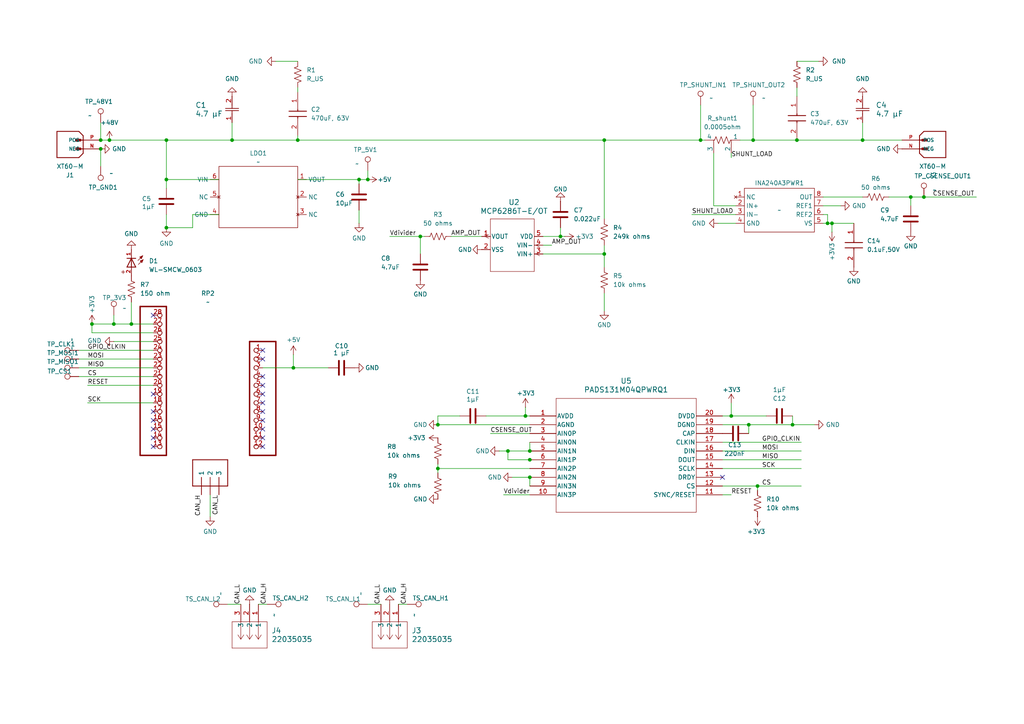
<source format=kicad_sch>
(kicad_sch (version 20231120) (generator "eeschema") (generator_version "8.0")
  (paper "A4")
  (lib_symbols
    (symbol "3-pin Mini Molex Spox_1" (pin_names (offset 0.254))
      (property "Reference" "J" (at 8.89 6.35 0))
      (property "Value" "22035035" (at -3.81 3.81 0))
      (symbol "3-pin Mini Molex Spox_1_1_1"
        (pin unspecified line (at 0 0 0) (length 5.08) (name "1") (number "1"))
        (pin unspecified line (at 0 -2.54 0) (length 5.08) (name "2") (number "2"))
        (pin unspecified line (at 0 -5.08 0) (length 5.08) (name "3") (number "3"))
      )
      (symbol "3-pin Mini Molex Spox_1_1_2"
        (pin unspecified line (at 0 0 0) (length 5.08) (name "1") (number "1"))
        (pin unspecified line (at 0 -2.54 0) (length 5.08) (name "2") (number "2"))
        (pin unspecified line (at 0 -5.08 0) (length 5.08) (name "3") (number "3"))
      )
    )
    (symbol "Connector:TestPoint" (pin_numbers hide) (pin_names (offset 0.762) hide)
      (property "Reference" "TP" (at 0 6.858 0))
      (property "Value" "TestPoint" (at 0 5.08 0))
      (symbol "TestPoint_1_1"
        (pin passive line (at 0 0 90) (length 2.54) (name "1") (number "1"))
      )
    )
    (symbol "Device:C" (pin_numbers hide) (pin_names (offset 0.254))
      (property "Reference" "C" (at 0.635 2.54 0))
      (property "Value" "C" (at 0.635 -2.54 0))
      (symbol "C_1_1"
        (pin passive line (at 0 3.81 270) (length 2.794) (name "~") (number "1"))
        (pin passive line (at 0 -3.81 90) (length 2.794) (name "~") (number "2"))
      )
    )
    (symbol "Device:R_Shunt_US" (pin_numbers hide) (pin_names (offset 0))
      (property "Reference" "R" (at -5.08 0 90))
      (property "Value" "R_Shunt_US" (at -3.048 0 90))
      (symbol "R_Shunt_US_1_1"
        (pin passive line (at 0 5.08 270) (length 2.54) (name "1") (number "1"))
        (pin passive line (at 3.81 2.54 180) (length 2.54) (name "2") (number "2"))
        (pin passive line (at 3.81 -2.54 180) (length 2.54) (name "3") (number "3"))
        (pin passive line (at 0 -5.08 90) (length 2.54) (name "4") (number "4"))
      )
    )
    (symbol "Device:R_US" (pin_numbers hide) (pin_names (offset 0))
      (property "Reference" "R" (at 2.54 0 90))
      (property "Value" "R_US" (at -2.54 0 90))
      (symbol "R_US_1_1"
        (pin passive line (at 0 3.81 270) (length 1.27) (name "~") (number "1"))
        (pin passive line (at 0 -3.81 90) (length 1.27) (name "~") (number "2"))
      )
    )
    (symbol "RP2040_1"
      (property "Reference" "RP2" (at -0.635 38.1 0))
      (property "Value" "~" (at -0.635 35.56 0))
      (symbol "RP2040_1_1_0"
        (pin passive line (at -2.54 -20.32 90) (length 5.08) (name "1") (number "1"))
        (pin passive inverted (at 15.24 21.59 180) (length 2.54) (name "1") (number "1"))
        (pin passive inverted (at 15.24 -1.27 180) (length 2.54) (name "10") (number "10"))
        (pin passive inverted (at 15.24 -3.81 180) (length 2.54) (name "11") (number "11"))
        (pin passive inverted (at 15.24 -6.35 180) (length 2.54) (name "12") (number "12"))
        (pin passive inverted (at -16.51 -6.35 0) (length 2.54) (name "13") (number "13"))
        (pin passive inverted (at -16.51 -3.81 0) (length 2.54) (name "14") (number "14"))
        (pin passive inverted (at -16.51 -1.27 0) (length 2.54) (name "15") (number "15"))
        (pin passive inverted (at -16.51 1.27 0) (length 2.54) (name "16") (number "16"))
        (pin passive inverted (at -16.51 3.81 0) (length 2.54) (name "17") (number "17"))
        (pin passive inverted (at -16.51 6.35 0) (length 2.54) (name "18") (number "18"))
        (pin passive inverted (at -16.51 8.89 0) (length 2.54) (name "19") (number "19"))
        (pin passive line (at 0 -20.32 90) (length 5.08) (name "2") (number "2"))
        (pin passive inverted (at 15.24 19.05 180) (length 2.54) (name "2") (number "2"))
        (pin passive inverted (at -16.51 11.43 0) (length 2.54) (name "20") (number "20"))
        (pin passive inverted (at -16.51 13.97 0) (length 2.54) (name "21") (number "21"))
        (pin passive inverted (at -16.51 16.51 0) (length 2.54) (name "22") (number "22"))
        (pin passive inverted (at -16.51 19.05 0) (length 2.54) (name "23") (number "23"))
        (pin passive inverted (at -16.51 21.59 0) (length 2.54) (name "24") (number "24"))
        (pin passive inverted (at -16.51 24.13 0) (length 2.54) (name "25") (number "25"))
        (pin passive inverted (at -16.51 26.67 0) (length 2.54) (name "26") (number "26"))
        (pin passive inverted (at -16.51 29.21 0) (length 2.54) (name "27") (number "27"))
        (pin passive inverted (at -16.51 31.75 0) (length 2.54) (name "28") (number "28"))
        (pin passive line (at 2.54 -20.32 90) (length 5.08) (name "3") (number "3"))
        (pin passive inverted (at 15.24 16.51 180) (length 2.54) (name "3") (number "3"))
        (pin passive inverted (at 15.24 13.97 180) (length 2.54) (name "4") (number "4"))
        (pin passive inverted (at 15.24 11.43 180) (length 2.54) (name "5") (number "5"))
        (pin passive inverted (at 15.24 8.89 180) (length 2.54) (name "6") (number "6"))
        (pin passive inverted (at 15.24 6.35 180) (length 2.54) (name "7") (number "7"))
        (pin passive inverted (at 15.24 3.81 180) (length 2.54) (name "8") (number "8"))
        (pin passive inverted (at 15.24 1.27 180) (length 2.54) (name "9") (number "9"))
      )
    )
    (symbol "SMV_Custom:3-pin Mini Molex Spox" (pin_names (offset 0.254))
      (property "Reference" "J" (at 8.89 6.35 0))
      (property "Value" "22035035" (at -3.81 3.81 0))
      (symbol "3-pin Mini Molex Spox_1_1"
        (pin unspecified line (at 0 0 0) (length 5.08) (name "1") (number "1"))
        (pin unspecified line (at 0 -2.54 0) (length 5.08) (name "2") (number "2"))
        (pin unspecified line (at 0 -5.08 0) (length 5.08) (name "3") (number "3"))
      )
      (symbol "3-pin Mini Molex Spox_1_2"
        (pin unspecified line (at 0 0 0) (length 5.08) (name "1") (number "1"))
        (pin unspecified line (at 0 -2.54 0) (length 5.08) (name "2") (number "2"))
        (pin unspecified line (at 0 -5.08 0) (length 5.08) (name "3") (number "3"))
      )
    )
    (symbol "SMV_Custom:AP7387-50FDCR-7"
      (property "Reference" "LDO" (at 0 0 0))
      (symbol "AP7387-50FDCR-7_1_1"
        (pin power_out line (at -11.43 5.08 180) (length 2.54) (name "VOUT") (number "1"))
        (pin no_connect line (at -11.43 0 180) (length 2.54) (name "NC") (number "2"))
        (pin no_connect line (at -11.43 -5.08 180) (length 2.54) (name "NC") (number "3"))
        (pin power_out line (at 11.43 -5.08 0) (length 2.54) (name "GND") (number "4"))
        (pin no_connect line (at 11.43 0 0) (length 2.54) (name "NC") (number "5"))
        (pin power_in line (at 11.43 5.08 0) (length 2.54) (name "VIN") (number "6"))
      )
    )
    (symbol "SMV_Custom:Big_Chunky_Cap2" (pin_names hide)
      (property "Reference" "C" (at 5.842 4.318 0))
      (property "Value" "470uF, 63V" (at 8.89 3.81 0))
      (symbol "Big_Chunky_Cap2_1_1"
        (pin passive line (at 0 0 0) (length 5.08) (name "1") (number "1"))
        (pin passive line (at 12.7 0 180) (length 5.08) (name "2") (number "2"))
      )
    )
    (symbol "SMV_Custom:C0805C104K5RACTU" (pin_names hide)
      (property "Reference" "C" (at 5.588 4.572 0))
      (property "Value" "0.1uF,50V" (at 8.89 3.81 0))
      (symbol "C0805C104K5RACTU_1_1"
        (pin passive line (at 0 0 0) (length 5.08) (name "1") (number "1"))
        (pin passive line (at 12.7 0 180) (length 5.08) (name "2") (number "2"))
      )
    )
    (symbol "SMV_Custom:C2220C475M1R2C7186" (pin_names (offset 0.254))
      (property "Reference" "C" (at 3.81 3.81 0))
      (property "Value" "C2220C475M1R2C7186" (at 3.81 -3.81 0))
      (symbol "C2220C475M1R2C7186_1_1"
        (pin unspecified line (at 0 0 0) (length 2.54) (name "") (number "1"))
        (pin unspecified line (at 7.62 0 180) (length 2.54) (name "") (number "2"))
      )
      (symbol "C2220C475M1R2C7186_1_2"
        (pin unspecified line (at 0 0 270) (length 2.54) (name "") (number "1"))
        (pin unspecified line (at 0 -7.62 90) (length 2.54) (name "") (number "2"))
      )
    )
    (symbol "SMV_Custom:INA240A3PWR"
      (property "Reference" "INA240A3PWR" (at 0 8.636 0))
      (symbol "INA240A3PWR_1_1"
        (pin no_connect line (at -12.7 3.81 0) (length 2.54) (name "NC") (number "1"))
        (pin power_in line (at -12.7 1.27 0) (length 2.54) (name "IN+") (number "2"))
        (pin input line (at -12.7 -1.27 0) (length 2.54) (name "IN-") (number "3"))
        (pin power_in line (at -12.7 -3.81 0) (length 2.54) (name "GND") (number "4"))
        (pin power_in line (at 12.7 -3.81 180) (length 2.54) (name "VS") (number "5"))
        (pin power_in line (at 12.7 -1.27 180) (length 2.54) (name "REF2") (number "6"))
        (pin power_in line (at 12.7 1.27 180) (length 2.54) (name "REF1") (number "7"))
        (pin output line (at 12.7 3.81 180) (length 2.54) (name "OUT") (number "8"))
      )
    )
    (symbol "SMV_Custom:MCP6286T-E_OT" (pin_names (offset 0.254))
      (property "Reference" "U2" (at 0.508 12.446 0))
      (property "Value" "MCP6286T-E/OT" (at 0.508 9.906 0))
      (symbol "MCP6286T-E_OT_1_1"
        (pin output line (at -8.89 2.54 0) (length 2.54) (name "VOUT") (number "1"))
        (pin power_in line (at -8.89 -1.27 0) (length 2.54) (name "VSS") (number "2"))
        (pin input line (at 8.89 -2.54 180) (length 2.54) (name "VIN+") (number "3"))
        (pin input line (at 8.89 0 180) (length 2.54) (name "VIN-") (number "4"))
        (pin power_in line (at 8.89 2.54 180) (length 2.54) (name "VDD") (number "5"))
      )
    )
    (symbol "SMV_Custom:PADS131M04QPWRQ1" (pin_names (offset 0.254))
      (property "Reference" "U" (at 27.94 10.16 0))
      (property "Value" "PADS131M04QPWRQ1" (at 27.94 7.62 0))
      (symbol "PADS131M04QPWRQ1_0_1"
        (pin unspecified line (at 0 0 0) (length 7.62) (name "AVDD") (number "1"))
        (pin input line (at 0 -22.86 0) (length 7.62) (name "AIN3P") (number "10"))
        (pin input line (at 55.88 -22.86 180) (length 7.62) (name "SYNC/RESET") (number "11"))
        (pin input line (at 55.88 -20.32 180) (length 7.62) (name "CS") (number "12"))
        (pin output line (at 55.88 -17.78 180) (length 7.62) (name "DRDY") (number "13"))
        (pin input line (at 55.88 -15.24 180) (length 7.62) (name "SCLK") (number "14"))
        (pin output line (at 55.88 -12.7 180) (length 7.62) (name "DOUT") (number "15"))
        (pin input line (at 55.88 -10.16 180) (length 7.62) (name "DIN") (number "16"))
        (pin input line (at 55.88 -7.62 180) (length 7.62) (name "CLKIN") (number "17"))
        (pin output line (at 55.88 -5.08 180) (length 7.62) (name "CAP") (number "18"))
        (pin power_out line (at 55.88 -2.54 180) (length 7.62) (name "DGND") (number "19"))
        (pin power_out line (at 0 -2.54 0) (length 7.62) (name "AGND") (number "2"))
        (pin bidirectional line (at 55.88 0 180) (length 7.62) (name "DVDD") (number "20"))
        (pin input line (at 0 -5.08 0) (length 7.62) (name "AIN0P") (number "3"))
        (pin input line (at 0 -7.62 0) (length 7.62) (name "AIN0N") (number "4"))
        (pin input line (at 0 -10.16 0) (length 7.62) (name "AIN1N") (number "5"))
        (pin input line (at 0 -12.7 0) (length 7.62) (name "AIN1P") (number "6"))
        (pin input line (at 0 -15.24 0) (length 7.62) (name "AIN2P") (number "7"))
        (pin input line (at 0 -17.78 0) (length 7.62) (name "AIN2N") (number "8"))
        (pin input line (at 0 -20.32 0) (length 7.62) (name "AIN3N") (number "9"))
      )
    )
    (symbol "SMV_Custom:WL-SMCW_0603" (pin_names (offset 1.016))
      (property "Reference" "D" (at -1.988 3.972 0))
      (property "Value" "WL-SMCW_0603" (at -2.628 -3.928 0))
      (symbol "WL-SMCW_0603_0_0"
        (text "+" (at 3.08 -1.74 0) (effects (font (size 1.27 1.27)) (justify left bottom)))
        (pin passive line (at -2.54 0 0) (length 2.54) (name "~") (number "1"))
        (pin passive line (at 5.08 0 180) (length 2.54) (name "~") (number "2"))
      )
    )
    (symbol "XT60-M_1" (pin_names (offset 1.016))
      (property "Reference" "J" (at 0 6.35 0))
      (property "Value" "XT60-M" (at 0 -5.08 0))
      (symbol "XT60-M_1_0_0"
        (pin passive line (at -5.08 0 0) (length 5.08) (name "NEG") (number "N"))
        (pin passive line (at -5.08 2.54 0) (length 5.08) (name "POS") (number "P"))
      )
    )
    (symbol "power:+3V3" (power) (pin_numbers hide) (pin_names (offset 0) hide)
      (property "Value" "+3V3" (at 0 3.556 0))
      (symbol "+3V3_1_1"
        (pin power_in line (at 0 0 90) (length 0) (name "~") (number "1"))
      )
    )
    (symbol "power:+48V" (power) (pin_numbers hide) (pin_names (offset 0) hide)
      (property "Value" "+48V" (at 0 3.556 0))
      (symbol "+48V_1_1"
        (pin power_in line (at 0 0 90) (length 0) (name "~") (number "1"))
      )
    )
    (symbol "power:+5V" (power) (pin_numbers hide) (pin_names (offset 0) hide)
      (property "Value" "+5V" (at 0 3.556 0))
      (symbol "+5V_1_1"
        (pin power_in line (at 0 0 90) (length 0) (name "~") (number "1"))
      )
    )
    (symbol "power:GND" (power) (pin_numbers hide) (pin_names (offset 0) hide)
      (property "Value" "GND" (at 0 -3.81 0))
      (symbol "GND_1_1"
        (pin power_in line (at 0 0 270) (length 0) (name "~") (number "1"))
      )
    )
  )
  (junction (at 31.75 40.64))
  (junction (at 217.17 123.19))
  (junction (at 264.16 57.15))
  (junction (at 127 135.89))
  (junction (at 67.31 40.64))
  (junction (at 48.26 40.64))
  (junction (at 29.21 43.18))
  (junction (at 267.97 57.15))
  (junction (at 240.03 64.77))
  (junction (at 152.4 120.65))
  (junction (at 38.1 93.98))
  (junction (at 231.14 40.64))
  (junction (at 229.87 123.19))
  (junction (at 127 123.19))
  (junction (at 106.68 52.07))
  (junction (at 153.67 130.81))
  (junction (at 33.02 93.98))
  (junction (at 48.26 66.04))
  (junction (at 175.26 73.66))
  (junction (at 162.56 68.58))
  (junction (at 175.26 40.64))
  (junction (at 121.92 68.58))
  (junction (at 147.32 130.81))
  (junction (at 86.36 40.64))
  (junction (at 153.67 138.43))
  (junction (at 48.26 52.07))
  (junction (at 203.2 40.64))
  (junction (at 153.67 133.35))
  (junction (at 85.09 106.68))
  (junction (at 29.21 40.64))
  (junction (at 212.09 120.65))
  (junction (at 26.67 93.98))
  (junction (at 104.14 52.07))
  (junction (at 250.19 40.64))
  (junction (at 218.44 40.64))
  (junction (at 219.71 140.97))
  (junction (at 241.3 64.77))
  (no_connect (at 44.45 91.44))
  (no_connect (at 76.2 109.22))
  (no_connect (at 44.45 129.54))
  (no_connect (at 44.45 127))
  (no_connect (at 76.2 124.46))
  (no_connect (at 76.2 104.14))
  (no_connect (at 76.2 114.3))
  (no_connect (at 44.45 121.92))
  (no_connect (at 76.2 116.84))
  (no_connect (at 76.2 121.92))
  (no_connect (at 76.2 101.6))
  (no_connect (at 44.45 124.46))
  (no_connect (at 76.2 111.76))
  (no_connect (at 76.2 127))
  (no_connect (at 76.2 119.38))
  (no_connect (at 76.2 129.54))
  (no_connect (at 209.55 138.43))
  (no_connect (at 44.45 114.3))
  (no_connect (at 44.45 119.38))
  (wire (pts (xy 48.26 40.64) (xy 48.26 52.07)))
  (wire (pts (xy 31.75 40.64) (xy 48.26 40.64)))
  (wire (pts (xy 152.4 118.11) (xy 152.4 120.65)))
  (wire (pts (xy 162.56 66.04) (xy 162.56 68.58)))
  (wire (pts (xy 236.22 123.19) (xy 229.87 123.19)))
  (wire (pts (xy 113.03 68.58) (xy 121.92 68.58)))
  (wire (pts (xy 130.81 68.58) (xy 139.7 68.58)))
  (wire (pts (xy 86.36 17.78) (xy 80.01 17.78)))
  (wire (pts (xy 26.67 93.98) (xy 33.02 93.98)))
  (wire (pts (xy 229.87 120.65) (xy 229.87 123.19)))
  (wire (pts (xy 48.26 62.23) (xy 48.26 66.04)))
  (wire (pts (xy 38.1 87.63) (xy 38.1 93.98)))
  (wire (pts (xy 218.44 30.48) (xy 218.44 40.64)))
  (wire (pts (xy 175.26 40.64) (xy 175.26 63.5)))
  (wire (pts (xy 66.04 175.26) (xy 69.85 175.26)))
  (wire (pts (xy 264.16 57.15) (xy 267.97 57.15)))
  (wire (pts (xy 26.67 96.52) (xy 44.45 96.52)))
  (wire (pts (xy 214.63 40.64) (xy 218.44 40.64)))
  (wire (pts (xy 147.32 130.81) (xy 144.78 130.81)))
  (wire (pts (xy 63.5 52.07) (xy 48.26 52.07)))
  (wire (pts (xy 203.2 30.48) (xy 203.2 40.64)))
  (wire (pts (xy 147.32 130.81) (xy 147.32 133.35)))
  (wire (pts (xy 222.25 120.65) (xy 212.09 120.65)))
  (wire (pts (xy 127 134.62) (xy 127 135.89)))
  (wire (pts (xy 238.76 64.77) (xy 240.03 64.77)))
  (wire (pts (xy 76.2 106.68) (xy 85.09 106.68)))
  (wire (pts (xy 25.4 116.84) (xy 44.45 116.84)))
  (wire (pts (xy 238.76 62.23) (xy 240.03 62.23)))
  (wire (pts (xy 86.36 52.07) (xy 104.14 52.07)))
  (wire (pts (xy 127 137.16) (xy 127 135.89)))
  (wire (pts (xy 207.01 44.45) (xy 207.01 59.69)))
  (wire (pts (xy 209.55 140.97) (xy 219.71 140.97)))
  (wire (pts (xy 175.26 71.12) (xy 175.26 73.66)))
  (wire (pts (xy 212.09 116.84) (xy 212.09 120.65)))
  (wire (pts (xy 208.28 64.77) (xy 213.36 64.77)))
  (wire (pts (xy 127 123.19) (xy 153.67 123.19)))
  (wire (pts (xy 55.88 62.23) (xy 55.88 66.04)))
  (wire (pts (xy 67.31 40.64) (xy 86.36 40.64)))
  (wire (pts (xy 133.35 120.65) (xy 127 120.65)))
  (wire (pts (xy 148.59 138.43) (xy 153.67 138.43)))
  (wire (pts (xy 231.14 40.64) (xy 250.19 40.64)))
  (wire (pts (xy 140.97 120.65) (xy 152.4 120.65)))
  (wire (pts (xy 241.3 64.77) (xy 247.65 64.77)))
  (wire (pts (xy 264.16 57.15) (xy 264.16 59.69)))
  (wire (pts (xy 121.92 68.58) (xy 123.19 68.58)))
  (wire (pts (xy 153.67 128.27) (xy 153.67 130.81)))
  (wire (pts (xy 22.86 101.6) (xy 44.45 101.6)))
  (wire (pts (xy 48.26 52.07) (xy 48.26 54.61)))
  (wire (pts (xy 33.02 99.06) (xy 44.45 99.06)))
  (wire (pts (xy 238.76 57.15) (xy 250.19 57.15)))
  (wire (pts (xy 212.09 120.65) (xy 209.55 120.65)))
  (wire (pts (xy 209.55 123.19) (xy 217.17 123.19)))
  (wire (pts (xy 104.14 53.34) (xy 104.14 52.07)))
  (wire (pts (xy 104.14 64.77) (xy 104.14 60.96)))
  (wire (pts (xy 106.68 52.07) (xy 104.14 52.07)))
  (wire (pts (xy 200.66 62.23) (xy 213.36 62.23)))
  (wire (pts (xy 209.55 130.81) (xy 232.41 130.81)))
  (wire (pts (xy 219.71 140.97) (xy 232.41 140.97)))
  (wire (pts (xy 22.86 106.68) (xy 44.45 106.68)))
  (wire (pts (xy 160.02 71.12) (xy 157.48 71.12)))
  (wire (pts (xy 86.36 40.64) (xy 175.26 40.64)))
  (wire (pts (xy 267.97 57.15) (xy 283.21 57.15)))
  (wire (pts (xy 157.48 73.66) (xy 175.26 73.66)))
  (wire (pts (xy 217.17 123.19) (xy 217.17 125.73)))
  (wire (pts (xy 127 120.65) (xy 127 123.19)))
  (wire (pts (xy 257.81 57.15) (xy 264.16 57.15)))
  (wire (pts (xy 44.45 93.98) (xy 38.1 93.98)))
  (wire (pts (xy 231.14 25.4) (xy 231.14 27.94)))
  (wire (pts (xy 163.83 68.58) (xy 162.56 68.58)))
  (wire (pts (xy 86.36 25.4) (xy 86.36 26.67)))
  (wire (pts (xy 33.02 91.44) (xy 33.02 93.98)))
  (wire (pts (xy 106.68 49.53) (xy 106.68 52.07)))
  (wire (pts (xy 121.92 68.58) (xy 121.92 73.66)))
  (wire (pts (xy 26.67 93.98) (xy 26.67 96.52)))
  (wire (pts (xy 142.24 125.73) (xy 153.67 125.73)))
  (wire (pts (xy 175.26 40.64) (xy 203.2 40.64)))
  (wire (pts (xy 153.67 138.43) (xy 153.67 140.97)))
  (wire (pts (xy 106.68 175.26) (xy 110.49 175.26)))
  (wire (pts (xy 85.09 106.68) (xy 95.25 106.68)))
  (wire (pts (xy 127 135.89) (xy 153.67 135.89)))
  (wire (pts (xy 22.86 109.22) (xy 44.45 109.22)))
  (wire (pts (xy 175.26 85.09) (xy 175.26 90.17)))
  (wire (pts (xy 238.76 59.69) (xy 243.84 59.69)))
  (wire (pts (xy 86.36 39.37) (xy 86.36 40.64)))
  (wire (pts (xy 250.19 40.64) (xy 261.62 40.64)))
  (wire (pts (xy 22.86 104.14) (xy 44.45 104.14)))
  (wire (pts (xy 212.09 45.72) (xy 212.09 44.45)))
  (wire (pts (xy 60.96 149.86) (xy 60.96 143.51)))
  (wire (pts (xy 152.4 120.65) (xy 153.67 120.65)))
  (wire (pts (xy 77.47 175.26) (xy 74.93 175.26)))
  (wire (pts (xy 55.88 62.23) (xy 63.5 62.23)))
  (wire (pts (xy 219.71 142.24) (xy 219.71 140.97)))
  (wire (pts (xy 48.26 66.04) (xy 55.88 66.04)))
  (wire (pts (xy 240.03 64.77) (xy 241.3 64.77)))
  (wire (pts (xy 153.67 130.81) (xy 147.32 130.81)))
  (wire (pts (xy 67.31 35.56) (xy 67.31 40.64)))
  (wire (pts (xy 231.14 17.78) (xy 237.49 17.78)))
  (wire (pts (xy 147.32 133.35) (xy 153.67 133.35)))
  (wire (pts (xy 29.21 48.26) (xy 29.21 43.18)))
  (wire (pts (xy 85.09 102.87) (xy 85.09 106.68)))
  (wire (pts (xy 118.11 175.26) (xy 115.57 175.26)))
  (wire (pts (xy 229.87 123.19) (xy 217.17 123.19)))
  (wire (pts (xy 250.19 35.56) (xy 250.19 40.64)))
  (wire (pts (xy 29.21 35.56) (xy 29.21 40.64)))
  (wire (pts (xy 241.3 67.31) (xy 241.3 64.77)))
  (wire (pts (xy 209.55 135.89) (xy 232.41 135.89)))
  (wire (pts (xy 207.01 59.69) (xy 213.36 59.69)))
  (wire (pts (xy 175.26 73.66) (xy 175.26 77.47)))
  (wire (pts (xy 204.47 40.64) (xy 203.2 40.64)))
  (wire (pts (xy 209.55 128.27) (xy 232.41 128.27)))
  (wire (pts (xy 146.05 143.51) (xy 153.67 143.51)))
  (wire (pts (xy 29.21 40.64) (xy 31.75 40.64)))
  (wire (pts (xy 212.09 143.51) (xy 209.55 143.51)))
  (wire (pts (xy 209.55 133.35) (xy 232.41 133.35)))
  (wire (pts (xy 162.56 68.58) (xy 157.48 68.58)))
  (wire (pts (xy 158.75 133.35) (xy 153.67 133.35)))
  (wire (pts (xy 25.4 111.76) (xy 44.45 111.76)))
  (wire (pts (xy 38.1 93.98) (xy 33.02 93.98)))
  (wire (pts (xy 48.26 40.64) (xy 67.31 40.64)))
  (wire (pts (xy 240.03 62.23) (xy 240.03 64.77)))
  (wire (pts (xy 218.44 40.64) (xy 231.14 40.64)))
  (label "MOSI" (at 25.4 104.14 0))
  (label "CS" (at 220.98 140.97 0))
  (label "CSENSE_OUT" (at 270.51 57.15 0))
  (label "SHUNT_LOAD" (at 212.09 45.72 0))
  (label "CAN_H" (at 58.42 143.51 270))
  (label "MOSI" (at 220.98 130.81 0))
  (label "AMP_OUT" (at 130.81 68.58 0))
  (label "RESET" (at 212.09 143.51 0))
  (label "CAN_H" (at 118.11 175.26 90))
  (label "SCK" (at 25.4 116.84 0))
  (label "CS" (at 25.4 109.22 0))
  (label "CAN_L" (at 69.85 175.26 90))
  (label "GPIO_CLKIN" (at 220.98 128.27 0))
  (label "Vdivider" (at 146.05 143.51 0))
  (label "CAN_L" (at 110.49 175.26 90))
  (label "Vdivider" (at 113.03 68.58 0))
  (label "CAN_H" (at 77.47 175.26 90))
  (label "SHUNT_LOAD" (at 200.66 62.23 0))
  (label "MISO" (at 25.4 106.68 0))
  (label "MISO" (at 220.98 133.35 0))
  (label "SCK" (at 220.98 135.89 0))
  (label "AMP_OUT" (at 160.02 71.12 0))
  (label "CSENSE_OUT" (at 142.24 125.73 0))
  (label "CAN_L" (at 63.5 143.51 270))
  (label "RESET" (at 25.4 111.76 0))
  (label "GPIO_CLKIN" (at 25.4 101.6 0))
  (symbol (lib_id "Device:C") (at 162.56 62.23 0) (unit 1)
    (property "Reference" "C7" (at 166.37 60.9599 0) (effects (justify left)))
    (property "Value" "0.022uF" (at 166.37 63.4999 0) (effects (justify left)))
    (property "Footprint" "SMV_Passives:CAPC17595_87N_KEM-L" (effects (hide yes)))
    (property "Description" "C0603S223K5RACTU1" (effects (hide yes)))
  )
  (symbol (lib_id "power:GND") (at 60.96 149.86 0) (unit 1)
    (property "Reference" "#PWR011" (effects (hide yes)))
    (property "Value" "GND" (at 60.96 154.178 0))
    (property "Description" "Power symbol creates a global label with name \"GND\" , ground" (effects (hide yes)))
  )
  (symbol (lib_id "Connector:TestPoint") (at 77.47 175.26 270) (unit 1)
    (property "Reference" "TS_CAN_H2" (at 78.994 173.482 90) (effects (justify left)))
    (property "Value" "~" (at 79.502 177.8 0) (effects (justify left)))
    (property "Footprint" "TestPoint:TestPoint_Pad_D2.5mm" (effects (hide yes)))
    (property "Description" "test point" (effects (hide yes)))
  )
  (symbol (lib_id "Device:R_US") (at 127 130.81 0) (unit 1)
    (property "Reference" "R8" (at 112.268 129.54 0) (effects (justify left)))
    (property "Value" "10k ohms" (at 112.268 132.08 0) (effects (justify left)))
    (property "Footprint" "SMV_Passives:RESC1608X50N" (effects (hide yes)))
    (property "Description" "CRCW060310K0FKEA1" (effects (hide yes)))
  )
  (symbol (lib_id "Device:C") (at 121.92 77.47 0) (unit 1)
    (property "Reference" "C8" (at 110.49 74.93 0) (effects (justify left)))
    (property "Value" "4.7uF" (at 110.49 77.47 0) (effects (justify left)))
    (property "Footprint" "SMV_Passives:Cap0805" (effects (hide yes)))
    (property "Description" "C0805C475K4RACTU2" (effects (hide yes)))
  )
  (symbol (lib_id "power:GND") (at 127 123.19 270) (unit 1)
    (property "Reference" "#PWR016" (effects (hide yes)))
    (property "Value" "GND" (at 121.92 123.19 90))
    (property "Description" "Power symbol creates a global label with name \"GND\" , ground" (effects (hide yes)))
  )
  (symbol (lib_id "power:GND") (at 48.26 66.04 0) (mirror y) (unit 1)
    (property "Reference" "#PWR021" (effects (hide yes)))
    (property "Value" "GND" (at 46.228 70.612 0) (effects (justify right)))
    (property "Description" "Power symbol creates a global label with name \"GND\" , ground" (effects (hide yes)))
  )
  (symbol (lib_id "power:GND") (at 162.56 58.42 180) (unit 1)
    (property "Reference" "#PWR031" (effects (hide yes)))
    (property "Value" "GND" (at 162.56 54.864 0))
    (property "Description" "Power symbol creates a global label with name \"GND\" , ground" (effects (hide yes)))
  )
  (symbol (lib_id "Connector:TestPoint") (at 33.02 91.44 0) (unit 1)
    (property "Reference" "TP_3V3" (at 29.718 86.36 0) (effects (justify left)))
    (property "Value" "~" (at 35.56 89.408 0) (effects (justify left)))
    (property "Footprint" "TestPoint:TestPoint_Pad_D2.5mm" (effects (hide yes)))
    (property "Description" "test point" (effects (hide yes)))
  )
  (symbol (lib_id "power:GND") (at 127 144.78 270) (unit 1)
    (property "Reference" "#PWR026" (effects (hide yes)))
    (property "Value" "GND" (at 121.92 144.78 90))
    (property "Description" "Power symbol creates a global label with name \"GND\" , ground" (effects (hide yes)))
  )
  (symbol (lib_id "Device:C") (at 99.06 106.68 90) (unit 1)
    (property "Reference" "C10" (at 99.06 100.33 90))
    (property "Value" "1 µF" (at 99.06 102.362 90))
    (property "Footprint" "SMV_Passives:CAPC340270_190N_KEM-M" (effects (hide yes)))
    (property "Description" "C1210C105K1RACAUTO2" (effects (hide yes)))
  )
  (symbol (lib_id "power:GND") (at 237.49 17.78 90) (unit 1)
    (property "Reference" "#PWR08" (effects (hide yes)))
    (property "Value" "GND" (at 241.3 17.7799 90) (effects (justify right)))
    (property "Description" "Power symbol creates a global label with name \"GND\" , ground" (effects (hide yes)))
  )
  (symbol (lib_id "power:GND") (at 148.59 138.43 270) (unit 1)
    (property "Reference" "#PWR027" (effects (hide yes)))
    (property "Value" "GND" (at 143.51 138.43 90))
    (property "Description" "Power symbol creates a global label with name \"GND\" , ground" (effects (hide yes)))
  )
  (symbol (lib_id "power:+3V3") (at 219.71 149.86 180) (unit 1)
    (property "Reference" "#PWR029" (effects (hide yes)))
    (property "Value" "+3V3" (at 221.996 154.178 0) (effects (justify left)))
    (property "Description" "Power symbol creates a global label with name \"+3V3\"" (effects (hide yes)))
  )
  (symbol (lib_id "Connector:TestPoint") (at 22.86 109.22 90) (unit 1)
    (property "Reference" "TP_CS1" (at 20.828 107.696 90) (effects (justify left)))
    (property "Value" "~" (at 20.828 106.68 0) (effects (justify left)))
    (property "Footprint" "TestPoint:TestPoint_Pad_D2.5mm" (effects (hide yes)))
    (property "Description" "test point" (effects (hide yes)))
  )
  (symbol (lib_id "power:GND") (at 247.65 77.47 0) (unit 1)
    (property "Reference" "#PWR037" (effects (hide yes)))
    (property "Value" "GND" (at 247.65 81.534 0))
    (property "Description" "Power symbol creates a global label with name \"GND\" , ground" (effects (hide yes)))
  )
  (symbol (lib_id "Connector:TestPoint") (at 267.97 57.15 0) (unit 1)
    (property "Reference" "TP_CSENSE_OUT1" (at 265.176 51.054 0) (effects (justify left)))
    (property "Value" "~" (at 270.51 55.118 0) (effects (justify left)))
    (property "Footprint" "TestPoint:TestPoint_Pad_D2.5mm" (effects (hide yes)))
    (property "Description" "test point" (effects (hide yes)))
  )
  (symbol (lib_id "power:+3V3") (at 152.4 118.11 0) (unit 1)
    (property "Reference" "#PWR022" (effects (hide yes)))
    (property "Value" "+3V3" (at 149.86 114.046 0) (effects (justify left)))
    (property "Description" "Power symbol creates a global label with name \"+3V3\"" (effects (hide yes)))
  )
  (symbol (lib_id "Connector:TestPoint") (at 22.86 106.68 90) (unit 1)
    (property "Reference" "TP_MISO1" (at 22.86 104.902 90) (effects (justify left)))
    (property "Value" "~" (at 20.828 104.14 0) (effects (justify left)))
    (property "Footprint" "TestPoint:TestPoint_Pad_D2.5mm" (effects (hide yes)))
    (property "Description" "test point" (effects (hide yes)))
  )
  (symbol (lib_id "power:GND") (at 264.16 67.31 0) (unit 1)
    (property "Reference" "#PWR032" (effects (hide yes)))
    (property "Value" "GND" (at 264.16 71.374 0))
    (property "Description" "Power symbol creates a global label with name \"GND\" , ground" (effects (hide yes)))
  )
  (symbol (lib_id "power:+3V3") (at 241.3 67.31 180) (unit 1)
    (property "Reference" "#PWR020" (effects (hide yes)))
    (property "Value" "+3V3" (at 241.3 70.358 90) (effects (justify left)))
    (property "Description" "Power symbol creates a global label with name \"+3V3\"" (effects (hide yes)))
  )
  (symbol (lib_id "Device:C") (at 104.14 57.15 0) (mirror y) (unit 1)
    (property "Reference" "C6" (at 97.282 56.388 0) (effects (justify right)))
    (property "Value" "10μF" (at 97.282 58.928 0) (effects (justify right)))
    (property "Footprint" "SMV_Passives:CAPC340270_190N_KEM-M" (effects (hide yes)))
    (property "Description" "C1210C106K3RACAUTO1" (effects (hide yes)))
  )
  (symbol (lib_id "power:+3V3") (at 163.83 68.58 270) (unit 1)
    (property "Reference" "#PWR02" (effects (hide yes)))
    (property "Value" "+3V3" (at 166.878 68.58 90) (effects (justify left)))
    (property "Description" "Power symbol creates a global label with name \"+3V3\"" (effects (hide yes)))
  )
  (symbol (lib_id "Connector:TestPoint") (at 29.21 35.56 0) (mirror y) (unit 1)
    (property "Reference" "TP_48V1" (at 32.766 29.464 0) (effects (justify left)))
    (property "Value" "~" (at 26.67 33.528 0) (effects (justify left)))
    (property "Footprint" "TestPoint:TestPoint_Pad_D2.5mm" (effects (hide yes)))
    (property "Description" "test point" (effects (hide yes)))
  )
  (symbol (lib_id "Device:R_Shunt_US") (at 209.55 40.64 270) (unit 1)
    (property "Reference" "R_shunt1" (at 209.55 34.29 90))
    (property "Value" "0.0005ohm" (at 209.55 36.83 90))
    (property "Footprint" "SMV_Passives:RES_PSR400IT_ROM-L" (effects (hide yes)))
    (property "Description" "PSR400ITQFF0L50" (effects (hide yes)))
  )
  (symbol (lib_name "XT60-M_1") (lib_id "SMV_Custom:XT60-M") (at 266.7 43.18 0) (unit 1)
    (property "Reference" "J2" (at 270.51 50.8 0))
    (property "Value" "XT60-M" (at 270.51 48.26 0))
    (property "Footprint" "SMV_Connectors:AMASS_XT60-M" (effects (hide yes)))
    (property "MF" "AMASS" (effects (hide yes)))
    (property "MAXIMUM_PACKAGE_HEIGHT" "16.00 mm" (effects (hide yes)))
    (property "Package" "Package" (effects (hide yes)))
    (property "Price" "None" (effects (hide yes)))
    (property "Check_prices" "https://www.snapeda.com/parts/XT60-M/AMASS/view-part/?ref=eda" (effects (hide yes)))
    (property "STANDARD" "IPC 7351B" (effects (hide yes)))
    (property "PARTREV" "V1.2" (effects (hide yes)))
    (property "SnapEDA_Link" "https://www.snapeda.com/parts/XT60-M/AMASS/view-part/?ref=snap" (effects (hide yes)))
    (property "MP" "XT60-M" (effects (hide yes)))
    (property "Description_1" "\n                        \n                            Plug; DC supply; XT60; male; PIN: 2; for cable; soldered; 30A; 500V\n                        \n" (effects (hide yes)))
    (property "Availability" "Not in stock" (effects (hide yes)))
    (property "MANUFACTURER" "AMASS" (effects (hide yes)))
  )
  (symbol (lib_id "Device:R_US") (at 38.1 83.82 0) (unit 1)
    (property "Reference" "R7" (at 40.64 82.5499 0) (effects (justify left)))
    (property "Value" "150 ohm" (at 40.64 85.0899 0) (effects (justify left)))
    (property "Footprint" "SMV_Passives:RESC1608X50N" (effects (hide yes)))
    (property "Description" "CRCW0603150RFKEC1" (effects (hide yes)))
  )
  (symbol (lib_id "Connector:TestPoint") (at 106.68 175.26 90) (unit 1)
    (property "Reference" "TS_CAN_L1" (at 104.648 173.736 90) (effects (justify left)))
    (property "Value" "~" (at 104.648 172.72 0) (effects (justify left)))
    (property "Footprint" "TestPoint:TestPoint_Pad_D2.5mm" (effects (hide yes)))
    (property "Description" "test point" (effects (hide yes)))
  )
  (symbol (lib_name "3-pin Mini Molex Spox_1") (lib_id "SMV_Custom:3-pin Mini Molex Spox") (at 115.57 175.26 270) (unit 1)
    (property "Reference" "J3" (at 119.38 182.8799 90) (effects (font (size 1.524 1.524)) (justify left)))
    (property "Value" "22035035" (at 119.38 185.4199 90) (effects (font (size 1.524 1.524)) (justify left)))
    (property "Footprint" "SMV_Connectors:3pin_CON_22035035_MOL" (effects (hide yes)))
    (property "Datasheet" "3-pin Mini Molex Spox" (effects (hide yes)))
  )
  (symbol (lib_id "Device:R_US") (at 127 68.58 90) (unit 1)
    (property "Reference" "R3" (at 127 62.23 90))
    (property "Value" "50 ohms" (at 127 64.77 90))
    (property "Footprint" "SMV_Passives:RESC1608X50N" (effects (hide yes)))
    (property "Description" "CRCW060350R0FKTA2" (effects (hide yes)))
  )
  (symbol (lib_id "Device:R_US") (at 175.26 81.28 0) (unit 1)
    (property "Reference" "R5" (at 177.8 80.0099 0) (effects (justify left)))
    (property "Value" "10k ohms" (at 177.8 82.5499 0) (effects (justify left)))
    (property "Footprint" "SMV_Passives:0805RESC2012X60N" (effects (hide yes)))
    (property "Description" "TNPW080510K0BEEA1" (effects (hide yes)))
  )
  (symbol (lib_id "power:GND") (at 67.31 27.94 0) (mirror x) (unit 1)
    (property "Reference" "#PWR036" (effects (hide yes)))
    (property "Value" "GND" (at 67.31 22.86 0))
    (property "Description" "Power symbol creates a global label with name \"GND\" , ground" (effects (hide yes)))
  )
  (symbol (lib_id "power:+5V") (at 106.68 52.07 270) (mirror x) (unit 1)
    (property "Reference" "#PWR09" (effects (hide yes)))
    (property "Value" "+5V" (at 111.506 52.07 90))
    (property "Description" "Power symbol creates a global label with name \"+5V\"" (effects (hide yes)))
  )
  (symbol (lib_id "Device:R_US") (at 254 57.15 90) (unit 1)
    (property "Reference" "R6" (at 254 51.816 90))
    (property "Value" "50 ohms" (at 254 54.356 90))
    (property "Footprint" "SMV_Passives:RESC1608X50N" (effects (hide yes)))
    (property "Description" "CRCW060350R0FKTA1" (effects (hide yes)))
  )
  (symbol (lib_id "Device:R_US") (at 127 140.97 180) (unit 1)
    (property "Reference" "R9" (at 112.522 138.176 0) (effects (justify right)))
    (property "Value" "10k ohms" (at 112.522 140.716 0) (effects (justify right)))
    (property "Footprint" "SMV_Passives:RESC1608X50N" (effects (hide yes)))
    (property "Description" "CRCW060310K0FKEA2" (effects (hide yes)))
  )
  (symbol (lib_id "Device:C") (at 137.16 120.65 90) (unit 1)
    (property "Reference" "C11" (at 137.16 113.538 90))
    (property "Value" "1μF" (at 137.16 115.824 90))
    (property "Footprint" "SMV_Passives:CAPC340270_190N_KEM-M" (effects (hide yes)))
    (property "Description" "C1210C105K1RACAUTO3" (effects (hide yes)))
  )
  (symbol (lib_id "Connector:TestPoint") (at 22.86 104.14 90) (unit 1)
    (property "Reference" "TP_MOSI1" (at 22.86 102.362 90) (effects (justify left)))
    (property "Value" "~" (at 20.828 101.6 0) (effects (justify left)))
    (property "Footprint" "TestPoint:TestPoint_Pad_D2.5mm" (effects (hide yes)))
    (property "Description" "test point" (effects (hide yes)))
  )
  (symbol (lib_id "Connector:TestPoint") (at 29.21 48.26 0) (mirror x) (unit 1)
    (property "Reference" "TP_GND1" (at 25.654 54.356 0) (effects (justify left)))
    (property "Value" "~" (at 31.75 50.292 0) (effects (justify left)))
    (property "Footprint" "TestPoint:TestPoint_Pad_D2.5mm" (effects (hide yes)))
    (property "Description" "test point" (effects (hide yes)))
  )
  (symbol (lib_id "Device:C") (at 226.06 120.65 90) (unit 1)
    (property "Reference" "C12" (at 226.06 115.57 90))
    (property "Value" "1μF" (at 226.06 113.03 90))
    (property "Footprint" "SMV_Passives:CAPC340270_190N_KEM-M" (effects (hide yes)))
    (property "Description" "C1210C105K1RACAUTO4" (effects (hide yes)))
  )
  (symbol (lib_id "power:GND") (at 38.1 72.39 0) (mirror x) (unit 1)
    (property "Reference" "#PWR028" (effects (hide yes)))
    (property "Value" "GND" (at 40.132 67.818 0) (effects (justify right)))
    (property "Description" "Power symbol creates a global label with name \"GND\" , ground" (effects (hide yes)))
  )
  (symbol (lib_id "power:+3V3") (at 212.09 116.84 0) (unit 1)
    (property "Reference" "#PWR023" (effects (hide yes)))
    (property "Value" "+3V3" (at 209.55 113.03 0) (effects (justify left)))
    (property "Description" "Power symbol creates a global label with name \"+3V3\"" (effects (hide yes)))
  )
  (symbol (lib_name "XT60-M_1") (lib_id "SMV_Custom:XT60-M") (at 24.13 43.18 0) (mirror y) (unit 1)
    (property "Reference" "J1" (at 20.32 50.8 0))
    (property "Value" "XT60-M" (at 20.32 48.26 0))
    (property "Footprint" "SMV_Connectors:AMASS_XT60-M" (effects (hide yes)))
    (property "MF" "AMASS" (effects (hide yes)))
    (property "MAXIMUM_PACKAGE_HEIGHT" "16.00 mm" (effects (hide yes)))
    (property "Package" "Package" (effects (hide yes)))
    (property "Price" "None" (effects (hide yes)))
    (property "Check_prices" "https://www.snapeda.com/parts/XT60-M/AMASS/view-part/?ref=eda" (effects (hide yes)))
    (property "STANDARD" "IPC 7351B" (effects (hide yes)))
    (property "PARTREV" "V1.2" (effects (hide yes)))
    (property "SnapEDA_Link" "https://www.snapeda.com/parts/XT60-M/AMASS/view-part/?ref=snap" (effects (hide yes)))
    (property "MP" "XT60-M" (effects (hide yes)))
    (property "Description_1" "\n                        \n                            Plug; DC supply; XT60; male; PIN: 2; for cable; soldered; 30A; 500V\n                        \n" (effects (hide yes)))
    (property "Availability" "Not in stock" (effects (hide yes)))
    (property "MANUFACTURER" "AMASS" (effects (hide yes)))
  )
  (symbol (lib_id "power:GND") (at 175.26 90.17 0) (unit 1)
    (property "Reference" "#PWR014" (effects (hide yes)))
    (property "Value" "GND" (at 175.26 94.234 0))
    (property "Description" "Power symbol creates a global label with name \"GND\" , ground" (effects (hide yes)))
  )
  (symbol (lib_id "power:+48V") (at 31.75 40.64 0) (unit 1)
    (property "Reference" "#PWR06" (effects (hide yes)))
    (property "Value" "+48V" (at 31.75 35.56 0))
    (property "Description" "Power symbol creates a global label with name \"+48V\"" (effects (hide yes)))
  )
  (symbol (lib_id "Device:R_US") (at 175.26 67.31 0) (unit 1)
    (property "Reference" "R4" (at 177.8 66.0399 0) (effects (justify left)))
    (property "Value" "249k ohms" (at 177.8 68.5799 0) (effects (justify left)))
    (property "Footprint" "SMV_Passives:RES_TNPW1206_VIS-M" (effects (hide yes)))
    (property "Description" "TNPW1206249KBEEA" (effects (hide yes)))
  )
  (symbol (lib_id "power:GND") (at 72.39 175.26 180) (unit 1)
    (property "Reference" "#PWR030" (effects (hide yes)))
    (property "Value" "GND" (at 72.39 171.196 0))
    (property "Description" "Power symbol creates a global label with name \"GND\" , ground" (effects (hide yes)))
  )
  (symbol (lib_id "Connector:TestPoint") (at 218.44 30.48 0) (unit 1)
    (property "Reference" "TP_SHUNT_OUT2" (at 212.344 24.638 0) (effects (justify left)))
    (property "Value" "~" (at 220.98 28.448 0) (effects (justify left)))
    (property "Footprint" "TestPoint:TestPoint_Pad_D2.5mm" (effects (hide yes)))
    (property "Description" "test point" (effects (hide yes)))
  )
  (symbol (lib_id "power:GND") (at 102.87 106.68 90) (unit 1)
    (property "Reference" "#PWR033" (effects (hide yes)))
    (property "Value" "GND" (at 107.95 106.68 90))
    (property "Description" "Power symbol creates a global label with name \"GND\" , ground" (effects (hide yes)))
  )
  (symbol (lib_id "power:GND") (at 236.22 123.19 90) (unit 1)
    (property "Reference" "#PWR017" (effects (hide yes)))
    (property "Value" "GND" (at 241.554 123.19 90))
    (property "Description" "Power symbol creates a global label with name \"GND\" , ground" (effects (hide yes)))
  )
  (symbol (lib_id "SMV_Custom:C0805C104K5RACTU") (at 247.65 64.77 270) (unit 1)
    (property "Reference" "C14" (at 251.46 69.8499 90) (effects (justify left)))
    (property "Value" "0.1uF,50V" (at 251.46 72.3899 90) (effects (justify left)))
    (property "Footprint" "SMV_Passives:Cap0805" (effects (hide yes)))
    (property "Datasheet" "https://content.kemet.com/datasheets/KEM_C1002_X7R_SMD.pdf" (effects (hide yes)))
    (property "Description" "SMD Comm X7R, Ceramic, 0.1 uF, 10%, 50 VDC, 125 VDC, 125C, -55C, X7R, SMD, MLCC, Temperature Stable, Class II, 2.5 % , 5 GOhms, 11 mg, 0805, 2mm, 1.25mm, 0.78mm, 0.75mm, 0.5mm, 4000, 78  Weeks, 80" (effects (hide yes)))
    (property "Height" "1.1" (effects (hide yes)))
    (property "Manufacturer_Name" "KEMET" (effects (hide yes)))
    (property "Manufacturer_Part_Number" "C0805C104K5RACTU" (effects (hide yes)))
    (property "Mouser Part Number" "80-C0805C104K5R" (effects (hide yes)))
    (property "Mouser Price/Stock" "https://www.mouser.co.uk/ProductDetail/KEMET/C0805C104K5RACTU?qs=Pc30aiB8zWUISNb2Qeyxfw%3D%3D" (effects (hide yes)))
    (property "Arrow Part Number" "C0805C104K5RACTU" (effects (hide yes)))
    (property "Arrow Price/Stock" "https://www.arrow.com/en/products/c0805c104k5ractu/kemet-corporation?region=nac" (effects (hide yes)))
  )
  (symbol (lib_id "power:GND") (at 139.7 72.39 270) (unit 1)
    (property "Reference" "#PWR01" (effects (hide yes)))
    (property "Value" "GND" (at 134.874 72.39 90))
    (property "Description" "Power symbol creates a global label with name \"GND\" , ground" (effects (hide yes)))
  )
  (symbol (lib_id "power:GND") (at 121.92 81.28 0) (unit 1)
    (property "Reference" "#PWR04" (effects (hide yes)))
    (property "Value" "GND" (at 121.92 85.344 0))
    (property "Description" "Power symbol creates a global label with name \"GND\" , ground" (effects (hide yes)))
  )
  (symbol (lib_id "SMV_Custom:INA240A3PWR") (at 226.06 60.96 0) (unit 1)
    (property "Reference" "INA240A3PWR1" (at 226.06 53.086 0))
    (property "Value" "~" (at 226.06 60.96 0))
    (property "Footprint" "SMV_ICs:SOP65P640X120-8N" (effects (hide yes)))
  )
  (symbol (lib_id "SMV_Custom:C2220C475M1R2C7186") (at 250.19 35.56 90) (unit 1)
    (property "Reference" "C4" (at 254 30.4799 90) (effects (font (size 1.524 1.524)) (justify right)))
    (property "Value" "4.7 µF" (at 254 33.0199 90) (effects (font (size 1.524 1.524)) (justify right)))
    (property "Footprint" "SMV_Passives:CAP_C2220C_2S_KEM-L" (effects (hide yes)))
    (property "Datasheet" "C2220C475M1R2C7186" (effects (hide yes)))
    (property "Description" "C2220C475M1R2C7186" (effects (hide yes)))
  )
  (symbol (lib_id "Device:R_US") (at 219.71 146.05 180) (unit 1)
    (property "Reference" "R10" (at 222.25 144.7799 0) (effects (justify right)))
    (property "Value" "10k ohms" (at 222.25 147.3199 0) (effects (justify right)))
    (property "Footprint" "SMV_Passives:RESC1608X50N" (effects (hide yes)))
    (property "Description" "CRCW060310K0FKEA3" (effects (hide yes)))
  )
  (symbol (lib_id "power:GND") (at 104.14 64.77 0) (mirror y) (unit 1)
    (property "Reference" "#PWR024" (effects (hide yes)))
    (property "Value" "GND" (at 102.108 69.088 0) (effects (justify right)))
    (property "Description" "Power symbol creates a global label with name \"GND\" , ground" (effects (hide yes)))
  )
  (symbol (lib_id "Device:R_US") (at 86.36 21.59 0) (mirror y) (unit 1)
    (property "Reference" "R1" (at 88.9 20.3199 0) (effects (justify right)))
    (property "Value" "R_US" (at 88.9 22.8599 0) (effects (justify right)))
    (property "Footprint" "Resistor_THT:R_Axial_DIN0204_L3.6mm_D1.6mm_P1.90mm_Vertical" (effects (hide yes)))
    (property "Description" "Resistor, US symbol" (effects (hide yes)))
  )
  (symbol (lib_id "Device:C") (at 48.26 58.42 0) (mirror y) (unit 1)
    (property "Reference" "C5" (at 41.148 57.658 0) (effects (justify right)))
    (property "Value" "1μF" (at 41.148 59.944 0) (effects (justify right)))
    (property "Footprint" "SMV_Passives:CAPC340270_190N_KEM-M" (effects (hide yes)))
    (property "Description" "C1210C105K1RACAUTO1" (effects (hide yes)))
  )
  (symbol (lib_name "RP2040_1") (lib_id "SMV_Custom:RP2040") (at 60.96 123.19 0) (unit 1)
    (property "Reference" "RP2" (at 60.325 85.09 0))
    (property "Value" "~" (at 60.325 87.63 0))
    (property "Footprint" "SMV_Connectors:RP2040" (effects (hide yes)))
  )
  (symbol (lib_id "power:GND") (at 33.02 99.06 270) (unit 1)
    (property "Reference" "#PWR013" (effects (hide yes)))
    (property "Value" "GND" (at 29.464 98.806 90) (effects (justify right)))
    (property "Description" "Power symbol creates a global label with name \"GND\" , ground" (effects (hide yes)))
  )
  (symbol (lib_id "Device:C") (at 213.36 125.73 90) (unit 1)
    (property "Reference" "C13" (at 213.106 129.032 90))
    (property "Value" "220nF" (at 213.106 131.572 90))
    (property "Footprint" "SMV_Passives:CAPC17595_87N_KEM-L" (effects (hide yes)))
    (property "Description" "C0603C224K5RACTU1" (effects (hide yes)))
  )
  (symbol (lib_id "power:GND") (at 144.78 130.81 270) (unit 1)
    (property "Reference" "#PWR038" (effects (hide yes)))
    (property "Value" "GND" (at 139.954 130.81 90))
    (property "Description" "Power symbol creates a global label with name \"GND\" , ground" (effects (hide yes)))
  )
  (symbol (lib_id "Connector:TestPoint") (at 106.68 49.53 0) (mirror y) (unit 1)
    (property "Reference" "TP_5V1" (at 109.474 43.434 0) (effects (justify left)))
    (property "Value" "~" (at 104.14 47.498 0) (effects (justify left)))
    (property "Footprint" "TestPoint:TestPoint_Pad_D2.5mm" (effects (hide yes)))
    (property "Description" "test point" (effects (hide yes)))
  )
  (symbol (lib_id "Device:C") (at 264.16 63.5 0) (unit 1)
    (property "Reference" "C9" (at 255.27 60.96 0) (effects (justify left)))
    (property "Value" "4.7uF" (at 255.27 63.5 0) (effects (justify left)))
    (property "Footprint" "SMV_Passives:Cap0805" (effects (hide yes)))
    (property "Description" "C0805C475K4RACTU1" (effects (hide yes)))
  )
  (symbol (lib_id "power:GND") (at 243.84 59.69 90) (unit 1)
    (property "Reference" "#PWR018" (effects (hide yes)))
    (property "Value" "GND" (at 247.142 59.69 90) (effects (justify right)))
    (property "Description" "Power symbol creates a global label with name \"GND\" , ground" (effects (hide yes)))
  )
  (symbol (lib_id "Connector:TestPoint") (at 118.11 175.26 270) (unit 1)
    (property "Reference" "TS_CAN_H1" (at 119.634 173.482 90) (effects (justify left)))
    (property "Value" "~" (at 120.142 177.8 0) (effects (justify left)))
    (property "Footprint" "TestPoint:TestPoint_Pad_D2.5mm" (effects (hide yes)))
    (property "Description" "test point" (effects (hide yes)))
  )
  (symbol (lib_id "power:GND") (at 80.01 17.78 270) (mirror x) (unit 1)
    (property "Reference" "#PWR035" (effects (hide yes)))
    (property "Value" "GND" (at 76.2 17.7799 90) (effects (justify right)))
    (property "Description" "Power symbol creates a global label with name \"GND\" , ground" (effects (hide yes)))
  )
  (symbol (lib_id "SMV_Custom:AP7387-50FDCR-7") (at 74.93 57.15 0) (mirror y) (unit 1)
    (property "Reference" "LDO1" (at 74.93 44.45 0))
    (property "Value" "~" (at 74.93 46.99 0))
    (property "Footprint" "SMV_ICs:U-DFN2020-6_TYPE-C_DIO-M" (effects (hide yes)))
  )
  (symbol (lib_id "SMV_Custom:Big_Chunky_Cap2") (at 86.36 26.67 90) (mirror x) (unit 1)
    (property "Reference" "C2" (at 90.17 31.7499 90) (effects (justify right)))
    (property "Value" "470uF, 63V" (at 90.17 34.2899 90) (effects (justify right)))
    (property "Footprint" "SMV_Passives:Big_Chunky_Cap" (effects (hide yes)))
    (property "Datasheet" "https://content.kemet.com/datasheets/KEM_C1003_C0G_SMD.pdf" (effects (hide yes)))
    (property "Description" "SMD Comm C0G, Ceramic, 1000 pF, 10%, 50 VDC, 125 VDC, 125C, -55C, C0G, SMD, MLCC, Ultra-Stable, Low Loss, Class I, 0.1 % , 100 GOhms, 11 mg, 0805, 2mm, 1.25mm, 0.78mm, 0.75mm, 0.5mm, 4000, 78  Weeks, 120" (effects (hide yes)))
    (property "Height" "1.1" (effects (hide yes)))
    (property "Manufacturer_Name" "KEMET" (effects (hide yes)))
    (property "Manufacturer_Part_Number" "C0805C102K5GACTU" (effects (hide yes)))
    (property "Mouser Part Number" "80-C0805C102K5G" (effects (hide yes)))
    (property "Mouser Price/Stock" "https://www.mouser.co.uk/ProductDetail/KEMET/C0805C102K5GACTU?qs=ycq5i98tC2kqWbFrXv0n7w%3D%3D" (effects (hide yes)))
    (property "Arrow Part Number" "C0805C102K5GACTU" (effects (hide yes)))
    (property "Arrow Price/Stock" "https://www.arrow.com/en/products/c0805c102k5gactu/kemet-corporation" (effects (hide yes)))
  )
  (symbol (lib_id "Connector:TestPoint") (at 203.2 30.48 0) (unit 1)
    (property "Reference" "TP_SHUNT_IN1" (at 197.104 24.638 0) (effects (justify left)))
    (property "Value" "~" (at 205.74 28.448 0) (effects (justify left)))
    (property "Footprint" "TestPoint:TestPoint_Pad_D2.5mm" (effects (hide yes)))
    (property "Description" "test point" (effects (hide yes)))
  )
  (symbol (lib_id "power:GND") (at 29.21 43.18 90) (mirror x) (unit 1)
    (property "Reference" "#PWR05" (effects (hide yes)))
    (property "Value" "GND" (at 32.512 43.18 90) (effects (justify right)))
    (property "Description" "Power symbol creates a global label with name \"GND\" , ground" (effects (hide yes)))
  )
  (symbol (lib_id "power:+3V3") (at 26.67 93.98 0) (unit 1)
    (property "Reference" "#PWR025" (effects (hide yes)))
    (property "Value" "+3V3" (at 26.67 90.932 90) (effects (justify left)))
    (property "Description" "Power symbol creates a global label with name \"+3V3\"" (effects (hide yes)))
  )
  (symbol (lib_id "SMV_Custom:Big_Chunky_Cap2") (at 231.14 27.94 270) (unit 1)
    (property "Reference" "C3" (at 234.95 33.0199 90) (effects (justify left)))
    (property "Value" "470uF, 63V" (at 234.95 35.5599 90) (effects (justify left)))
    (property "Footprint" "SMV_Passives:Big_Chunky_Cap" (effects (hide yes)))
    (property "Datasheet" "https://content.kemet.com/datasheets/KEM_C1003_C0G_SMD.pdf" (effects (hide yes)))
    (property "Description" "SMD Comm C0G, Ceramic, 1000 pF, 10%, 50 VDC, 125 VDC, 125C, -55C, C0G, SMD, MLCC, Ultra-Stable, Low Loss, Class I, 0.1 % , 100 GOhms, 11 mg, 0805, 2mm, 1.25mm, 0.78mm, 0.75mm, 0.5mm, 4000, 78  Weeks, 120" (effects (hide yes)))
    (property "Height" "1.1" (effects (hide yes)))
    (property "Manufacturer_Name" "KEMET" (effects (hide yes)))
    (property "Manufacturer_Part_Number" "C0805C102K5GACTU" (effects (hide yes)))
    (property "Mouser Part Number" "80-C0805C102K5G" (effects (hide yes)))
    (property "Mouser Price/Stock" "https://www.mouser.co.uk/ProductDetail/KEMET/C0805C102K5GACTU?qs=ycq5i98tC2kqWbFrXv0n7w%3D%3D" (effects (hide yes)))
    (property "Arrow Part Number" "C0805C102K5GACTU" (effects (hide yes)))
    (property "Arrow Price/Stock" "https://www.arrow.com/en/products/c0805c102k5gactu/kemet-corporation" (effects (hide yes)))
  )
  (symbol (lib_id "SMV_Custom:PADS131M04QPWRQ1") (at 153.67 120.65 0) (unit 1)
    (property "Reference" "U5" (at 181.61 110.49 0) (effects (font (size 1.524 1.524))))
    (property "Value" "PADS131M04QPWRQ1" (at 181.61 113.03 0) (effects (font (size 1.524 1.524))))
    (property "Footprint" "TSSOP20_PW_TEX" (effects (hide yes)))
    (property "Datasheet" "PADS131M04QPWRQ1" (effects (hide yes)))
  )
  (symbol (lib_id "power:GND") (at 261.62 43.18 270) (mirror x) (unit 1)
    (property "Reference" "#PWR07" (effects (hide yes)))
    (property "Value" "GND" (at 258.318 43.18 90) (effects (justify right)))
    (property "Description" "Power symbol creates a global label with name \"GND\" , ground" (effects (hide yes)))
  )
  (symbol (lib_id "power:+3V3") (at 127 127 90) (unit 1)
    (property "Reference" "#PWR019" (effects (hide yes)))
    (property "Value" "+3V3" (at 123.444 127 90) (effects (justify left)))
    (property "Description" "Power symbol creates a global label with name \"+3V3\"" (effects (hide yes)))
  )
  (symbol (lib_id "Connector:TestPoint") (at 22.86 101.6 90) (unit 1)
    (property "Reference" "TP_CLK1" (at 21.844 99.822 90) (effects (justify left)))
    (property "Value" "~" (at 20.828 99.06 0) (effects (justify left)))
    (property "Footprint" "TestPoint:TestPoint_Pad_D2.5mm" (effects (hide yes)))
    (property "Description" "test point" (effects (hide yes)))
  )
  (symbol (lib_id "Device:R_US") (at 231.14 21.59 0) (unit 1)
    (property "Reference" "R2" (at 233.68 20.3199 0) (effects (justify left)))
    (property "Value" "R_US" (at 233.68 22.8599 0) (effects (justify left)))
    (property "Footprint" "Resistor_THT:R_Axial_DIN0204_L3.6mm_D1.6mm_P1.90mm_Vertical" (effects (hide yes)))
    (property "Description" "Resistor, US symbol" (effects (hide yes)))
  )
  (symbol (lib_id "SMV_Custom:MCP6286T-E_OT") (at 148.59 71.12 0) (unit 1)
    (property "Reference" "U2" (at 149.098 58.674 0) (effects (font (size 1.524 1.524))))
    (property "Value" "MCP6286T-E/OT" (at 149.098 61.214 0) (effects (font (size 1.524 1.524))))
    (property "Footprint" "SMV_ICs:SOT-23-5_MC_MCH" (effects (hide yes)))
    (property "Datasheet" "MCP6286T-E/OT" (effects (hide yes)))
  )
  (symbol (lib_id "power:GND") (at 250.19 27.94 180) (unit 1)
    (property "Reference" "#PWR034" (effects (hide yes)))
    (property "Value" "GND" (at 250.19 22.86 0))
    (property "Description" "Power symbol creates a global label with name \"GND\" , ground" (effects (hide yes)))
  )
  (symbol (lib_id "power:+5V") (at 85.09 102.87 0) (unit 1)
    (property "Reference" "#PWR010" (effects (hide yes)))
    (property "Value" "+5V" (at 83.058 98.552 0) (effects (justify left)))
    (property "Description" "Power symbol creates a global label with name \"+5V\"" (effects (hide yes)))
  )
  (symbol (lib_id "power:GND") (at 208.28 64.77 270) (unit 1)
    (property "Reference" "#PWR03" (effects (hide yes)))
    (property "Value" "GND" (at 204.724 64.77 90) (effects (justify right)))
    (property "Description" "Power symbol creates a global label with name \"GND\" , ground" (effects (hide yes)))
  )
  (symbol (lib_id "SMV_Custom:3-pin Mini Molex Spox") (at 74.93 175.26 270) (unit 1)
    (property "Reference" "J4" (at 78.74 182.8799 90) (effects (font (size 1.524 1.524)) (justify left)))
    (property "Value" "22035035" (at 78.74 185.4199 90) (effects (font (size 1.524 1.524)) (justify left)))
    (property "Footprint" "SMV_Connectors:3pin_CON_22035035_MOL" (effects (hide yes)))
    (property "Datasheet" "3-pin Mini Molex Spox" (effects (hide yes)))
  )
  (symbol (lib_id "power:GND") (at 113.03 175.26 180) (unit 1)
    (property "Reference" "#PWR012" (effects (hide yes)))
    (property "Value" "GND" (at 113.03 171.196 0))
    (property "Description" "Power symbol creates a global label with name \"GND\" , ground" (effects (hide yes)))
  )
  (symbol (lib_id "SMV_Custom:C2220C475M1R2C7186") (at 67.31 35.56 270) (mirror x) (unit 1)
    (property "Reference" "C1" (at 56.642 30.48 90) (effects (font (size 1.524 1.524)) (justify left)))
    (property "Value" "4.7 µF" (at 56.642 33.02 90) (effects (font (size 1.524 1.524)) (justify left)))
    (property "Footprint" "SMV_Passives:CAP_C2220C_2S_KEM-L" (effects (hide yes)))
    (property "Datasheet" "C2220C475M1R2C7186" (effects (hide yes)))
    (property "Description" "C2220C475M1R2C7186" (effects (hide yes)))
  )
  (symbol (lib_id "SMV_Custom:WL-SMCW_0603") (at 38.1 74.93 270) (unit 1)
    (property "Reference" "D1" (at 43.18 75.6782 90) (effects (justify left)))
    (property "Value" "WL-SMCW_0603" (at 43.18 78.2182 90) (effects (justify left)))
    (property "Footprint" "SMV_Passives:WL-SMCW_0603(diode)" (effects (hide yes)))
  )
  (symbol (lib_id "Connector:TestPoint") (at 66.04 175.26 90) (unit 1)
    (property "Reference" "TS_CAN_L2" (at 64.008 173.736 90) (effects (justify left)))
    (property "Value" "~" (at 64.008 172.72 0) (effects (justify left)))
    (property "Footprint" "TestPoint:TestPoint_Pad_D2.5mm" (effects (hide yes)))
    (property "Description" "test point" (effects (hide yes)))
  )
)
</source>
